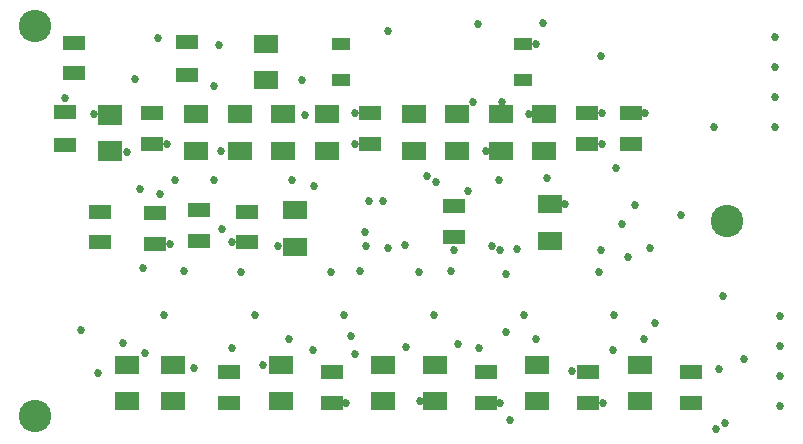
<source format=gbr>
%TF.GenerationSoftware,Altium Limited,Altium Designer,21.1.1 (26)*%
G04 Layer_Color=16711935*
%FSLAX26Y26*%
%MOIN*%
%TF.SameCoordinates,5075B572-C75D-40FD-B4B0-80468548393A*%
%TF.FilePolarity,Negative*%
%TF.FileFunction,Soldermask,Bot*%
%TF.Part,Single*%
G01*
G75*
%TA.AperFunction,SMDPad,CuDef*%
%ADD34R,0.059055X0.039370*%
%ADD39R,0.074929X0.051307*%
%ADD40R,0.078866X0.059181*%
%ADD41R,0.074929X0.045402*%
%ADD42R,0.082803X0.067055*%
%TA.AperFunction,ViaPad*%
%ADD43C,0.027000*%
%ADD44C,0.108000*%
D34*
X2350000Y2284056D02*
D03*
Y2165944D02*
D03*
X1745000Y2284056D02*
D03*
Y2165944D02*
D03*
D39*
X1430000Y1623820D02*
D03*
Y1726182D02*
D03*
X940000D02*
D03*
Y1623818D02*
D03*
X1840000Y2054962D02*
D03*
Y1952598D02*
D03*
X2120000Y1745000D02*
D03*
Y1642636D02*
D03*
X2565000Y2054962D02*
D03*
Y1952598D02*
D03*
X1115000D02*
D03*
Y2054962D02*
D03*
X855000Y2187600D02*
D03*
Y2289962D02*
D03*
X2910000Y1192406D02*
D03*
Y1090042D02*
D03*
X2225648Y1192404D02*
D03*
Y1090042D02*
D03*
X2567824Y1192406D02*
D03*
Y1090042D02*
D03*
X2710000Y2054962D02*
D03*
Y1952598D02*
D03*
X1269998Y1731182D02*
D03*
Y1628820D02*
D03*
X1125000Y1721182D02*
D03*
Y1618818D02*
D03*
X1712382Y1192406D02*
D03*
Y1090042D02*
D03*
X1370206Y1192406D02*
D03*
Y1090042D02*
D03*
D40*
X1261968Y2051026D02*
D03*
Y1928978D02*
D03*
X2440000Y1628976D02*
D03*
Y1751024D02*
D03*
X2421968Y1928978D02*
D03*
Y2051026D02*
D03*
X1551968Y1928978D02*
D03*
Y2051026D02*
D03*
X1696968Y1928978D02*
D03*
Y2051026D02*
D03*
X2131968Y1928978D02*
D03*
Y2051026D02*
D03*
X1495000Y2163976D02*
D03*
Y2286024D02*
D03*
X1406968Y1928978D02*
D03*
Y2051026D02*
D03*
X1590000Y1608978D02*
D03*
Y1731026D02*
D03*
X1885440Y1216026D02*
D03*
Y1093978D02*
D03*
X1030000Y1216026D02*
D03*
Y1093978D02*
D03*
X2276968Y1928978D02*
D03*
Y2051026D02*
D03*
X1543264Y1216026D02*
D03*
Y1093978D02*
D03*
X2398704Y1216026D02*
D03*
Y1093978D02*
D03*
X1986968Y2051026D02*
D03*
Y1928978D02*
D03*
X2740880Y1093978D02*
D03*
Y1216026D02*
D03*
X2056528Y1093978D02*
D03*
Y1216026D02*
D03*
X1185000Y1216024D02*
D03*
Y1093976D02*
D03*
D41*
X1230000Y2182678D02*
D03*
Y2292914D02*
D03*
X825000Y2057916D02*
D03*
Y1947680D02*
D03*
D42*
X973938Y2047088D02*
D03*
Y1928976D02*
D03*
D43*
X3016920Y1446125D02*
D03*
X2876000Y1716000D02*
D03*
X855000Y2290000D02*
D03*
X1615000Y2165000D02*
D03*
X1792034Y1952598D02*
D03*
Y2054962D02*
D03*
X1837617Y1760617D02*
D03*
X1495000Y2165000D02*
D03*
X2702000Y1576500D02*
D03*
X2610000Y1600000D02*
D03*
X2395000Y1301117D02*
D03*
X2775000Y1605476D02*
D03*
X2679858Y1685500D02*
D03*
X2354416Y1382333D02*
D03*
X2295000Y1325000D02*
D03*
X2110000Y1528000D02*
D03*
X2054562Y1382333D02*
D03*
X875824Y1330552D02*
D03*
X1092063Y1256897D02*
D03*
X825000Y2105000D02*
D03*
X1140000Y1785000D02*
D03*
X2654268Y1382333D02*
D03*
X1823368Y1657159D02*
D03*
X1754708Y1382333D02*
D03*
X2515000Y1195000D02*
D03*
X2755000Y1301117D02*
D03*
X2651279Y1266236D02*
D03*
X2605000Y1525000D02*
D03*
X2295205Y1519535D02*
D03*
X2330000Y1601500D02*
D03*
X2271761Y1832658D02*
D03*
X2273162Y1598488D02*
D03*
X2246500Y1611000D02*
D03*
X2031088Y1844525D02*
D03*
X2059000Y1826000D02*
D03*
X1322000Y1832000D02*
D03*
X1188917Y1832469D02*
D03*
X1649500Y1265779D02*
D03*
X1570000Y1301117D02*
D03*
X2725000Y1750000D02*
D03*
X1458500Y1381254D02*
D03*
X1155000Y1382333D02*
D03*
X935070Y1189854D02*
D03*
X1791466Y1252258D02*
D03*
X1960000Y1275000D02*
D03*
X2133634Y1284085D02*
D03*
X2204373Y1273558D02*
D03*
X3087842Y1235224D02*
D03*
X3003000Y1201000D02*
D03*
X2183711Y2090641D02*
D03*
X2120000Y1600000D02*
D03*
X2005000Y1525000D02*
D03*
X1710000D02*
D03*
X1484174Y1215000D02*
D03*
X1380000Y1273560D02*
D03*
X1253342Y1205866D02*
D03*
X1411215Y1524822D02*
D03*
X1018901Y1288988D02*
D03*
X1320340Y2146500D02*
D03*
X1230000Y2180000D02*
D03*
X1058808Y2170000D02*
D03*
X1073000Y1802000D02*
D03*
X1030000Y1925000D02*
D03*
X922152Y2051207D02*
D03*
X1625000Y2050000D02*
D03*
X1345000Y1930000D02*
D03*
X1135000Y2305000D02*
D03*
X1084777Y1538049D02*
D03*
X3025150Y1021535D02*
D03*
X2993237Y1000815D02*
D03*
X3206824Y1380000D02*
D03*
X2791000Y1354000D02*
D03*
X3206824Y1280000D02*
D03*
Y1180000D02*
D03*
Y1080000D02*
D03*
X2986500Y2010238D02*
D03*
X3191824Y2310238D02*
D03*
Y2110238D02*
D03*
Y2010238D02*
D03*
Y2210238D02*
D03*
X1348015Y1670090D02*
D03*
X1653000Y1811772D02*
D03*
X2006594Y1093978D02*
D03*
X1535405Y1613639D02*
D03*
X1382034Y1623820D02*
D03*
X2280000Y2091000D02*
D03*
X2307000Y1031000D02*
D03*
X1222000Y1528000D02*
D03*
X1827000Y1611000D02*
D03*
X1808000Y1527402D02*
D03*
X1579500Y1833000D02*
D03*
X1958000Y1615000D02*
D03*
X1902000Y1604000D02*
D03*
X2429000Y1840000D02*
D03*
X1883222Y1760592D02*
D03*
X2418000Y2355000D02*
D03*
X2660000Y1871000D02*
D03*
X2202000Y2351000D02*
D03*
X2167966Y1795000D02*
D03*
X1778000Y1311000D02*
D03*
X1335972Y2282812D02*
D03*
X2615790Y1090042D02*
D03*
X1901772Y2328872D02*
D03*
X2612966Y2054962D02*
D03*
X2610368Y2246654D02*
D03*
X1172966Y1618818D02*
D03*
X1760348Y1090042D02*
D03*
X1162966Y1952598D02*
D03*
X2273614Y1090042D02*
D03*
X2227034Y1928978D02*
D03*
X2489934Y1751024D02*
D03*
X2372034Y2051026D02*
D03*
X2612966Y1952598D02*
D03*
X2394028Y2284056D02*
D03*
X2757966Y2054962D02*
D03*
D44*
X725000Y1045000D02*
D03*
Y2345000D02*
D03*
X3030000Y1695000D02*
D03*
%TF.MD5,788c6792dcca357153d4f82a9a31c8b2*%
M02*

</source>
